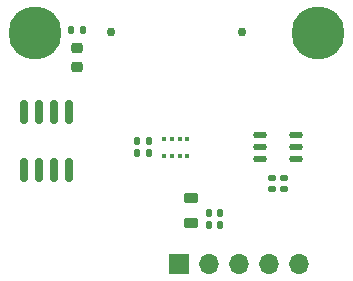
<source format=gbr>
%TF.GenerationSoftware,KiCad,Pcbnew,(6.0.0-0)*%
%TF.CreationDate,2022-03-03T22:17:19-05:00*%
%TF.ProjectId,temp_hum,74656d70-5f68-4756-9d2e-6b696361645f,rev?*%
%TF.SameCoordinates,Original*%
%TF.FileFunction,Soldermask,Top*%
%TF.FilePolarity,Negative*%
%FSLAX46Y46*%
G04 Gerber Fmt 4.6, Leading zero omitted, Abs format (unit mm)*
G04 Created by KiCad (PCBNEW (6.0.0-0)) date 2022-03-03 22:17:19*
%MOMM*%
%LPD*%
G01*
G04 APERTURE LIST*
G04 Aperture macros list*
%AMRoundRect*
0 Rectangle with rounded corners*
0 $1 Rounding radius*
0 $2 $3 $4 $5 $6 $7 $8 $9 X,Y pos of 4 corners*
0 Add a 4 corners polygon primitive as box body*
4,1,4,$2,$3,$4,$5,$6,$7,$8,$9,$2,$3,0*
0 Add four circle primitives for the rounded corners*
1,1,$1+$1,$2,$3*
1,1,$1+$1,$4,$5*
1,1,$1+$1,$6,$7*
1,1,$1+$1,$8,$9*
0 Add four rect primitives between the rounded corners*
20,1,$1+$1,$2,$3,$4,$5,0*
20,1,$1+$1,$4,$5,$6,$7,0*
20,1,$1+$1,$6,$7,$8,$9,0*
20,1,$1+$1,$8,$9,$2,$3,0*%
G04 Aperture macros list end*
%ADD10O,1.185000X0.560000*%
%ADD11RoundRect,0.135000X0.135000X0.185000X-0.135000X0.185000X-0.135000X-0.185000X0.135000X-0.185000X0*%
%ADD12C,4.500000*%
%ADD13RoundRect,0.140000X-0.170000X0.140000X-0.170000X-0.140000X0.170000X-0.140000X0.170000X0.140000X0*%
%ADD14RoundRect,0.140000X-0.140000X-0.170000X0.140000X-0.170000X0.140000X0.170000X-0.140000X0.170000X0*%
%ADD15RoundRect,0.218750X-0.381250X0.218750X-0.381250X-0.218750X0.381250X-0.218750X0.381250X0.218750X0*%
%ADD16RoundRect,0.150000X0.150000X-0.825000X0.150000X0.825000X-0.150000X0.825000X-0.150000X-0.825000X0*%
%ADD17RoundRect,0.140000X0.140000X0.170000X-0.140000X0.170000X-0.140000X-0.170000X0.140000X-0.170000X0*%
%ADD18RoundRect,0.218750X-0.256250X0.218750X-0.256250X-0.218750X0.256250X-0.218750X0.256250X0.218750X0*%
%ADD19R,1.700000X1.700000*%
%ADD20O,1.700000X1.700000*%
%ADD21R,0.450000X0.450000*%
%ADD22C,0.760000*%
G04 APERTURE END LIST*
D10*
%TO.C,U1*%
X117087000Y-74660000D03*
X117087000Y-73660000D03*
X117087000Y-72660000D03*
X114053000Y-72660000D03*
X114053000Y-73660000D03*
X114053000Y-74660000D03*
%TD*%
D11*
%TO.C,R1*%
X99062000Y-63754000D03*
X98042000Y-63754000D03*
%TD*%
D12*
%TO.C,H1*%
X95000000Y-64000000D03*
%TD*%
%TO.C,H2*%
X119000000Y-64000000D03*
%TD*%
D13*
%TO.C,C2*%
X115062000Y-76228000D03*
X115062000Y-77188000D03*
%TD*%
D14*
%TO.C,C3*%
X109728000Y-80264000D03*
X110688000Y-80264000D03*
%TD*%
D13*
%TO.C,C5*%
X116078000Y-76228000D03*
X116078000Y-77188000D03*
%TD*%
D15*
%TO.C,FB1*%
X108176000Y-77931500D03*
X108176000Y-80056500D03*
%TD*%
D16*
%TO.C,U4*%
X94107000Y-75627000D03*
X95377000Y-75627000D03*
X96647000Y-75627000D03*
X97917000Y-75627000D03*
X97917000Y-70677000D03*
X96647000Y-70677000D03*
X95377000Y-70677000D03*
X94107000Y-70677000D03*
%TD*%
D14*
%TO.C,C1*%
X109728000Y-79248000D03*
X110688000Y-79248000D03*
%TD*%
D17*
%TO.C,C4*%
X104620000Y-73152000D03*
X103660000Y-73152000D03*
%TD*%
D18*
%TO.C,D1*%
X98552000Y-66827500D03*
X98552000Y-65252500D03*
%TD*%
D19*
%TO.C,J1*%
X107193000Y-83566000D03*
D20*
X109733000Y-83566000D03*
X112273000Y-83566000D03*
X114813000Y-83566000D03*
X117353000Y-83566000D03*
%TD*%
D21*
%TO.C,U2*%
X105959000Y-72935000D03*
X106609000Y-72935000D03*
X107259000Y-72935000D03*
X107909000Y-72935000D03*
X107909000Y-74385000D03*
X107259000Y-74385000D03*
X106609000Y-74385000D03*
X105959000Y-74385000D03*
%TD*%
D17*
%TO.C,C6*%
X104620000Y-74168000D03*
X103660000Y-74168000D03*
%TD*%
D22*
%TO.C,J2*%
X101475500Y-63900000D03*
X112524500Y-63900000D03*
%TD*%
M02*

</source>
